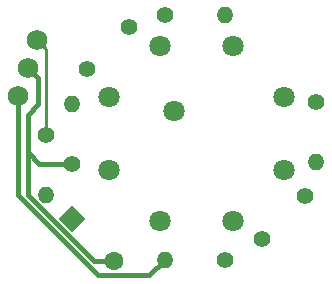
<source format=gbr>
%TF.GenerationSoftware,KiCad,Pcbnew,(6.0.4)*%
%TF.CreationDate,2023-07-07T20:02:52-04:00*%
%TF.ProjectId,Rotary Switch Board,526f7461-7279-4205-9377-697463682042,rev?*%
%TF.SameCoordinates,Original*%
%TF.FileFunction,Copper,L2,Bot*%
%TF.FilePolarity,Positive*%
%FSLAX46Y46*%
G04 Gerber Fmt 4.6, Leading zero omitted, Abs format (unit mm)*
G04 Created by KiCad (PCBNEW (6.0.4)) date 2023-07-07 20:02:52*
%MOMM*%
%LPD*%
G01*
G04 APERTURE LIST*
G04 Aperture macros list*
%AMHorizOval*
0 Thick line with rounded ends*
0 $1 width*
0 $2 $3 position (X,Y) of the first rounded end (center of the circle)*
0 $4 $5 position (X,Y) of the second rounded end (center of the circle)*
0 Add line between two ends*
20,1,$1,$2,$3,$4,$5,0*
0 Add two circle primitives to create the rounded ends*
1,1,$1,$2,$3*
1,1,$1,$4,$5*%
%AMRotRect*
0 Rectangle, with rotation*
0 The origin of the aperture is its center*
0 $1 length*
0 $2 width*
0 $3 Rotation angle, in degrees counterclockwise*
0 Add horizontal line*
21,1,$1,$2,0,0,$3*%
G04 Aperture macros list end*
%TA.AperFunction,ComponentPad*%
%ADD10C,1.752600*%
%TD*%
%TA.AperFunction,ComponentPad*%
%ADD11C,1.400000*%
%TD*%
%TA.AperFunction,ComponentPad*%
%ADD12O,1.400000X1.400000*%
%TD*%
%TA.AperFunction,ComponentPad*%
%ADD13RotRect,1.600000X1.600000X315.000000*%
%TD*%
%TA.AperFunction,ComponentPad*%
%ADD14C,1.600000*%
%TD*%
%TA.AperFunction,ComponentPad*%
%ADD15HorizOval,1.400000X0.000000X0.000000X0.000000X0.000000X0*%
%TD*%
%TA.AperFunction,ComponentPad*%
%ADD16HorizOval,1.400000X0.000000X0.000000X0.000000X0.000000X0*%
%TD*%
%TA.AperFunction,ComponentPad*%
%ADD17C,1.800000*%
%TD*%
%TA.AperFunction,Conductor*%
%ADD18C,0.381000*%
%TD*%
%TA.AperFunction,Conductor*%
%ADD19C,0.254000*%
%TD*%
G04 APERTURE END LIST*
D10*
%TO.P,J6,1*%
%TO.N,GND*%
X125201447Y-104917525D03*
%TD*%
D11*
%TO.P,R1,1*%
%TO.N,Signal*%
X126788947Y-110600775D03*
D12*
%TO.P,R1,2*%
%TO.N,Net-(C1-Pad1)*%
X126788947Y-115680775D03*
%TD*%
D11*
%TO.P,R4,1*%
%TO.N,Net-(R3-Pad2)*%
X136821947Y-100440775D03*
D12*
%TO.P,R4,2*%
%TO.N,Net-(R4-Pad2)*%
X141901947Y-100440775D03*
%TD*%
D10*
%TO.P,,1*%
%TO.N,Signal*%
X125995197Y-102536275D03*
%TD*%
D13*
%TO.P,C1,1*%
%TO.N,Net-(C1-Pad1)*%
X128958180Y-117723008D03*
D14*
%TO.P,C1,2*%
%TO.N,GND*%
X132493714Y-121258542D03*
%TD*%
D10*
%TO.P,,1*%
%TO.N,+5V*%
X124407697Y-107298775D03*
%TD*%
D11*
%TO.P,R2,1*%
%TO.N,GND*%
X128947947Y-113013775D03*
D12*
%TO.P,R2,2*%
%TO.N,Net-(R2-Pad2)*%
X128947947Y-107933775D03*
%TD*%
D11*
%TO.P,R3,1*%
%TO.N,Net-(R2-Pad2)*%
X130199896Y-105030826D03*
D15*
%TO.P,R3,2*%
%TO.N,Net-(R3-Pad2)*%
X133791998Y-101438724D03*
%TD*%
D11*
%TO.P,R5,1*%
%TO.N,Net-(R4-Pad2)*%
X149648947Y-107806775D03*
D12*
%TO.P,R5,2*%
%TO.N,Net-(R5-Pad2)*%
X149648947Y-112886775D03*
%TD*%
D11*
%TO.P,R7,1*%
%TO.N,Net-(R6-Pad2)*%
X141901947Y-121141775D03*
D12*
%TO.P,R7,2*%
%TO.N,+5V*%
X136821947Y-121141775D03*
%TD*%
D11*
%TO.P,R6,1*%
%TO.N,Net-(R5-Pad2)*%
X148650998Y-115789724D03*
D16*
%TO.P,R6,2*%
%TO.N,Net-(R6-Pad2)*%
X145058896Y-119381826D03*
%TD*%
D17*
%TO.P,SW1,1*%
%TO.N,GND*%
X132097560Y-113534840D03*
%TO.P,SW1,2*%
%TO.N,Net-(R2-Pad2)*%
X132098267Y-107412003D03*
%TO.P,SW1,3*%
%TO.N,Net-(R3-Pad2)*%
X136427175Y-103083095D03*
%TO.P,SW1,4*%
%TO.N,unconnected-(SW1-Pad4)*%
X142550012Y-103082388D03*
%TO.P,SW1,5*%
%TO.N,Net-(R4-Pad2)*%
X146880334Y-107412710D03*
%TO.P,SW1,6*%
%TO.N,Net-(R5-Pad2)*%
X146880334Y-113534840D03*
%TO.P,SW1,7*%
%TO.N,Net-(R6-Pad2)*%
X142550012Y-117865162D03*
%TO.P,SW1,8*%
%TO.N,unconnected-(SW1-Pad8)*%
X136427882Y-117865162D03*
%TO.P,SW1,9*%
%TO.N,Net-(C1-Pad1)*%
X137615114Y-108599942D03*
%TD*%
D18*
%TO.N,GND*%
X126180669Y-113013775D02*
X125201447Y-112034553D01*
X132493714Y-121258542D02*
X130810772Y-121258542D01*
X125201447Y-115649217D02*
X125201447Y-112034553D01*
X126077747Y-108009975D02*
X126077747Y-105793825D01*
X128947947Y-113013775D02*
X126180669Y-113013775D01*
X130810772Y-121258542D02*
X125201447Y-115649217D01*
X125201447Y-108886275D02*
X126077747Y-108009975D01*
X125201447Y-112034553D02*
X125201447Y-108886275D01*
X126077747Y-105793825D02*
X125201447Y-104917525D01*
D19*
%TO.N,Signal*%
X126788947Y-110600775D02*
X126788947Y-103330025D01*
X126788947Y-103330025D02*
X125995197Y-102536275D01*
D18*
%TO.N,+5V*%
X124407697Y-115676447D02*
X124407697Y-107298775D01*
X135515169Y-122448553D02*
X131179803Y-122448553D01*
X136821947Y-121141775D02*
X135515169Y-122448553D01*
X131179803Y-122448553D02*
X124407697Y-115676447D01*
%TD*%
M02*

</source>
